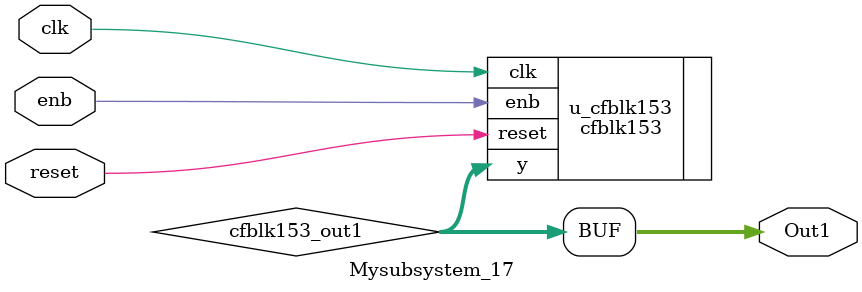
<source format=v>



`timescale 1 ns / 1 ns

module Mysubsystem_17
          (clk,
           reset,
           enb,
           Out1);


  input   clk;
  input   reset;
  input   enb;
  output  [7:0] Out1;  // uint8


  wire [7:0] cfblk153_out1;  // uint8


  cfblk153 u_cfblk153 (.clk(clk),
                       .reset(reset),
                       .enb(enb),
                       .y(cfblk153_out1)  // uint8
                       );

  assign Out1 = cfblk153_out1;

endmodule  // Mysubsystem_17


</source>
